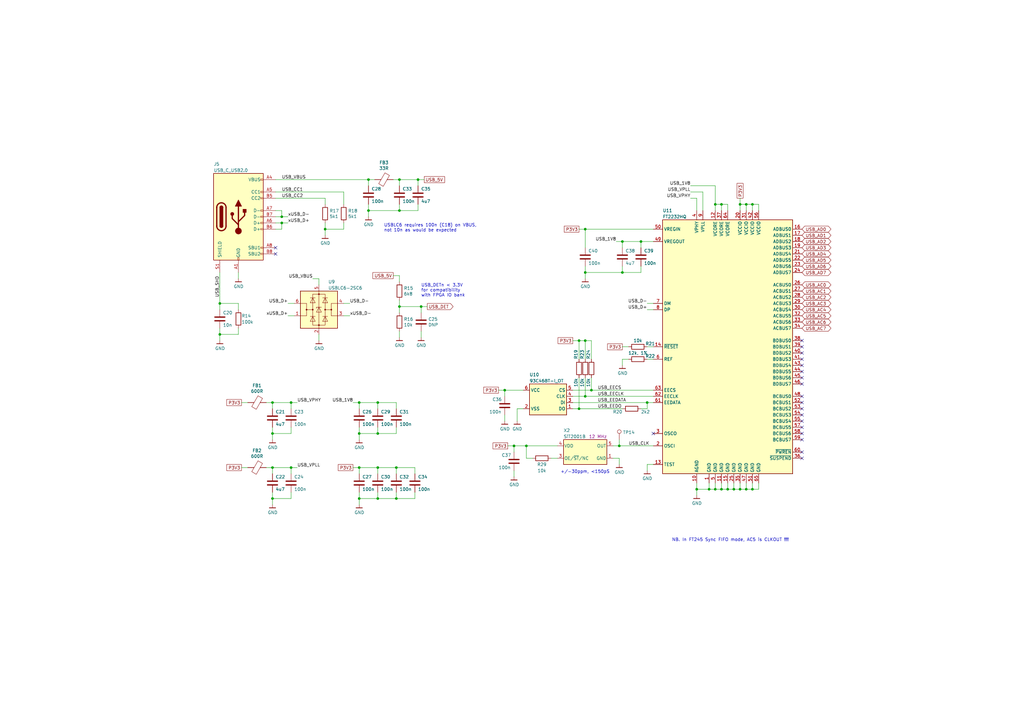
<source format=kicad_sch>
(kicad_sch (version 20231120) (generator "eeschema") (generator_version "8.0")
  (paper "A3")
  (lib_symbols
    (symbol "Connector:TestPoint" (pin_numbers hide) (pin_names (offset 0.762) hide)
      (property "Reference" "TP" (at 0 6.858 0))
      (property "Value" "TestPoint" (at 0 5.08 0))
      (symbol "TestPoint_0_1"
        (circle (center 0 3.302) (radius 0.762))
      )
      (symbol "TestPoint_1_1"
        (pin passive line (at 0 0 90) (length 2.54) (name "1") (number "1"))
      )
    )
    (symbol "Connector:USB_C_Receptacle_USB2.0_16P" (pin_names (offset 1.016))
      (property "Reference" "J" (at 0 22.225 0))
      (property "Value" "USB_C_Receptacle_USB2.0_16P" (at 0 19.685 0))
      (symbol "USB_C_Receptacle_USB2.0_16P_0_0"
        (rectangle (start -0.254 -17.78) (end 0.254 -16.764))
        (rectangle (start 10.16 -14.986) (end 9.144 -15.494))
        (rectangle (start 10.16 -12.446) (end 9.144 -12.954))
        (rectangle (start 10.16 -4.826) (end 9.144 -5.334))
        (rectangle (start 10.16 -2.286) (end 9.144 -2.794))
        (rectangle (start 10.16 0.254) (end 9.144 -0.254))
        (rectangle (start 10.16 2.794) (end 9.144 2.286))
        (rectangle (start 10.16 7.874) (end 9.144 7.366))
        (rectangle (start 10.16 10.414) (end 9.144 9.906))
        (rectangle (start 10.16 15.494) (end 9.144 14.986))
      )
      (symbol "USB_C_Receptacle_USB2.0_16P_0_1"
        (rectangle (start -10.16 17.78) (end 10.16 -17.78) (stroke (width 0.254)) (fill (type background)))
        (arc (start -8.89 -3.81) (mid -6.985 -5.7067) (end -5.08 -3.81) (stroke (width 0.508)))
        (arc (start -7.62 -3.81) (mid -6.985 -4.4423) (end -6.35 -3.81) (stroke (width 0.254)))
        (arc (start -7.62 -3.81) (mid -6.985 -4.4423) (end -6.35 -3.81) (stroke (width 0.254)) (fill (type outline)))
        (rectangle (start -7.62 -3.81) (end -6.35 3.81) (stroke (width 0.254)) (fill (type outline)))
        (arc (start -6.35 3.81) (mid -6.985 4.4423) (end -7.62 3.81) (stroke (width 0.254)))
        (arc (start -6.35 3.81) (mid -6.985 4.4423) (end -7.62 3.81) (stroke (width 0.254)) (fill (type outline)))
        (arc (start -5.08 3.81) (mid -6.985 5.7067) (end -8.89 3.81) (stroke (width 0.508)))
        (circle (center -2.54 1.143) (radius 0.635) (stroke (width 0.254)) (fill (type outline)))
        (circle (center 0 -5.842) (radius 1.27) (fill (type outline)))
        (polyline (pts (xy -8.89 -3.81) (xy -8.89 3.81)) (stroke (width 0.508)))
        (polyline (pts (xy -5.08 3.81) (xy -5.08 -3.81)) (stroke (width 0.508)))
        (polyline (pts (xy 0 -5.842) (xy 0 4.318)) (stroke (width 0.508)))
        (polyline (pts (xy 0 -3.302) (xy -2.54 -0.762) (xy -2.54 0.508)) (stroke (width 0.508)))
        (polyline (pts (xy 0 -2.032) (xy 2.54 0.508) (xy 2.54 1.778)) (stroke (width 0.508)))
        (polyline (pts (xy -1.27 4.318) (xy 0 6.858) (xy 1.27 4.318) (xy -1.27 4.318)) (stroke (width 0.254)) (fill (type outline)))
        (rectangle (start 1.905 1.778) (end 3.175 3.048) (stroke (width 0.254)) (fill (type outline)))
      )
      (symbol "USB_C_Receptacle_USB2.0_16P_1_1"
        (pin passive line (at 0 -22.86 90) (length 5.08) (name "GND") (number "A1"))
        (pin passive line (at 0 -22.86 90) (length 5.08) hide (name "GND") (number "A12"))
        (pin passive line (at 15.24 15.24 180) (length 5.08) (name "VBUS") (number "A4"))
        (pin bidirectional line (at 15.24 10.16 180) (length 5.08) (name "CC1") (number "A5"))
        (pin bidirectional line (at 15.24 -2.54 180) (length 5.08) (name "D+") (number "A6"))
        (pin bidirectional line (at 15.24 2.54 180) (length 5.08) (name "D-") (number "A7"))
        (pin bidirectional line (at 15.24 -12.7 180) (length 5.08) (name "SBU1") (number "A8"))
        (pin passive line (at 15.24 15.24 180) (length 5.08) hide (name "VBUS") (number "A9"))
        (pin passive line (at 0 -22.86 90) (length 5.08) hide (name "GND") (number "B1"))
        (pin passive line (at 0 -22.86 90) (length 5.08) hide (name "GND") (number "B12"))
        (pin passive line (at 15.24 15.24 180) (length 5.08) hide (name "VBUS") (number "B4"))
        (pin bidirectional line (at 15.24 7.62 180) (length 5.08) (name "CC2") (number "B5"))
        (pin bidirectional line (at 15.24 -5.08 180) (length 5.08) (name "D+") (number "B6"))
        (pin bidirectional line (at 15.24 0 180) (length 5.08) (name "D-") (number "B7"))
        (pin bidirectional line (at 15.24 -15.24 180) (length 5.08) (name "SBU2") (number "B8"))
        (pin passive line (at 15.24 15.24 180) (length 5.08) hide (name "VBUS") (number "B9"))
        (pin passive line (at -7.62 -22.86 90) (length 5.08) (name "SHIELD") (number "S1"))
      )
    )
    (symbol "Device:C" (pin_numbers hide) (pin_names (offset 0.254))
      (property "Reference" "C" (at 0.635 2.54 0))
      (property "Value" "C" (at 0.635 -2.54 0))
      (symbol "C_0_1"
        (polyline (pts (xy -2.032 -0.762) (xy 2.032 -0.762)) (stroke (width 0.508)))
        (polyline (pts (xy -2.032 0.762) (xy 2.032 0.762)) (stroke (width 0.508)))
      )
      (symbol "C_1_1"
        (pin passive line (at 0 3.81 270) (length 2.794) (name "~") (number "1"))
        (pin passive line (at 0 -3.81 90) (length 2.794) (name "~") (number "2"))
      )
    )
    (symbol "Device:R" (pin_numbers hide) (pin_names (offset 0))
      (property "Reference" "R" (at 2.032 0 90))
      (property "Value" "R" (at 0 0 90))
      (symbol "R_0_1"
        (rectangle (start -1.016 -2.54) (end 1.016 2.54) (stroke (width 0.254)))
      )
      (symbol "R_1_1"
        (pin passive line (at 0 3.81 270) (length 1.27) (name "~") (number "1"))
        (pin passive line (at 0 -3.81 90) (length 1.27) (name "~") (number "2"))
      )
    )
    (symbol "cart-ecp5-rescue:Ferrite_Bead-Device" (pin_numbers hide) (pin_names (offset 0))
      (property "Reference" "FB" (at -3.81 0.635 90))
      (property "Value" "Device_Ferrite_Bead" (at 3.81 0 90))
      (symbol "Ferrite_Bead-Device_0_1"
        (polyline (pts (xy 0 -1.27) (xy 0 -1.2192)))
        (polyline (pts (xy 0 1.27) (xy 0 1.2954)))
        (polyline (pts (xy -2.7686 0.4064) (xy -1.7018 2.2606) (xy 2.7686 -0.3048) (xy 1.6764 -2.159) (xy -2.7686 0.4064)))
      )
      (symbol "Ferrite_Bead-Device_1_1"
        (pin passive line (at 0 3.81 270) (length 2.54) (name "~") (number "1"))
        (pin passive line (at 0 -3.81 90) (length 2.54) (name "~") (number "2"))
      )
    )
    (symbol "cart-ecp5-rescue:USBLC6-2SC6-Power_Protection" (pin_names hide)
      (property "Reference" "U" (at 2.54 8.89 0))
      (property "Value" "Power_Protection_USBLC6-2SC6" (at 2.54 -8.89 0))
      (symbol "USBLC6-2SC6-Power_Protection_0_1"
        (rectangle (start -7.62 -7.62) (end 7.62 7.62) (stroke (width 0.254)) (fill (type background)))
        (circle (center -5.08 0) (radius 0.254) (fill (type outline)))
        (circle (center -2.54 0) (radius 0.254) (fill (type outline)))
        (rectangle (start -2.54 6.35) (end 2.54 -6.35))
        (circle (center 0 -6.35) (radius 0.254) (fill (type outline)))
        (polyline (pts (xy -5.08 -2.54) (xy -7.62 -2.54)))
        (polyline (pts (xy -5.08 0) (xy -5.08 -2.54)))
        (polyline (pts (xy -5.08 2.54) (xy -7.62 2.54)))
        (polyline (pts (xy -1.524 -2.794) (xy -3.556 -2.794)))
        (polyline (pts (xy -1.524 4.826) (xy -3.556 4.826)))
        (polyline (pts (xy 0 -7.62) (xy 0 -6.35)))
        (polyline (pts (xy 0 -6.35) (xy 0 1.27)))
        (polyline (pts (xy 0 1.27) (xy 0 6.35)))
        (polyline (pts (xy 0 6.35) (xy 0 7.62)))
        (polyline (pts (xy 1.524 -2.794) (xy 3.556 -2.794)))
        (polyline (pts (xy 1.524 4.826) (xy 3.556 4.826)))
        (polyline (pts (xy 5.08 -2.54) (xy 7.62 -2.54)))
        (polyline (pts (xy 5.08 0) (xy 5.08 -2.54)))
        (polyline (pts (xy 5.08 2.54) (xy 7.62 2.54)))
        (polyline (pts (xy -2.54 0) (xy -5.08 0) (xy -5.08 2.54)))
        (polyline (pts (xy 2.54 0) (xy 5.08 0) (xy 5.08 2.54)))
        (polyline (pts (xy -3.556 -4.826) (xy -1.524 -4.826) (xy -2.54 -2.794) (xy -3.556 -4.826)))
        (polyline (pts (xy -3.556 2.794) (xy -1.524 2.794) (xy -2.54 4.826) (xy -3.556 2.794)))
        (polyline (pts (xy -1.016 -1.016) (xy 1.016 -1.016) (xy 0 1.016) (xy -1.016 -1.016)))
        (polyline (pts (xy 1.016 1.016) (xy 0.762 1.016) (xy -1.016 1.016) (xy -1.016 0.508)))
        (polyline (pts (xy 3.556 -4.826) (xy 1.524 -4.826) (xy 2.54 -2.794) (xy 3.556 -4.826)))
        (polyline (pts (xy 3.556 2.794) (xy 1.524 2.794) (xy 2.54 4.826) (xy 3.556 2.794)))
        (circle (center 0 6.35) (radius 0.254) (fill (type outline)))
        (circle (center 2.54 0) (radius 0.254) (fill (type outline)))
        (circle (center 5.08 0) (radius 0.254) (fill (type outline)))
      )
      (symbol "USBLC6-2SC6-Power_Protection_1_1"
        (pin passive line (at -10.16 -2.54 0) (length 2.54) (name "I/O1") (number "1"))
        (pin passive line (at 0 -10.16 90) (length 2.54) (name "GND") (number "2"))
        (pin passive line (at 10.16 -2.54 180) (length 2.54) (name "I/O2") (number "3"))
        (pin passive line (at 10.16 2.54 180) (length 2.54) (name "I/O2") (number "4"))
        (pin passive line (at 0 10.16 270) (length 2.54) (name "VBUS") (number "5"))
        (pin passive line (at -10.16 2.54 0) (length 2.54) (name "I/O1") (number "6"))
      )
    )
    (symbol "ng_ftdi:FT2232HQ"
      (property "Reference" "U" (at -26.67 55.88 0))
      (property "Value" "FT2232HQ" (at -26.67 53.34 0))
      (symbol "FT2232HQ_0_1"
        (rectangle (start -26.67 -52.07) (end 26.67 52.07) (stroke (width 0.254)) (fill (type background)))
      )
      (symbol "FT2232HQ_1_1"
        (pin power_in line (at -7.62 -55.88 90) (length 3.81) (name "GND") (number "1"))
        (pin power_in line (at -12.7 -55.88 90) (length 3.81) (name "AGND") (number "10"))
        (pin power_in line (at -2.54 -55.88 90) (length 3.81) (name "GND") (number "11"))
        (pin power_in line (at -5.08 55.88 270) (length 3.81) (name "VCORE") (number "12"))
        (pin input line (at -30.48 -48.26 0) (length 3.81) (name "TEST") (number "13"))
        (pin input line (at -30.48 0 0) (length 3.81) (name "~{RESET}") (number "14"))
        (pin power_in line (at 0 -55.88 90) (length 3.81) (name "GND") (number "15"))
        (pin bidirectional line (at 30.48 48.26 180) (length 3.81) (name "ADBUS0") (number "16"))
        (pin bidirectional line (at 30.48 45.72 180) (length 3.81) (name "ADBUS1") (number "17"))
        (pin bidirectional line (at 30.48 43.18 180) (length 3.81) (name "ADBUS2") (number "18"))
        (pin bidirectional line (at 30.48 40.64 180) (length 3.81) (name "ADBUS3") (number "19"))
        (pin input line (at -30.48 -40.64 0) (length 3.81) (name "OSCI") (number "2"))
        (pin power_in line (at 5.08 55.88 270) (length 3.81) (name "VCCIO") (number "20"))
        (pin bidirectional line (at 30.48 38.1 180) (length 3.81) (name "ADBUS4") (number "21"))
        (pin bidirectional line (at 30.48 35.56 180) (length 3.81) (name "ADBUS5") (number "22"))
        (pin bidirectional line (at 30.48 33.02 180) (length 3.81) (name "ADBUS6") (number "23"))
        (pin bidirectional line (at 30.48 30.48 180) (length 3.81) (name "ADBUS7") (number "24"))
        (pin power_in line (at 2.54 -55.88 90) (length 3.81) (name "GND") (number "25"))
        (pin bidirectional line (at 30.48 25.4 180) (length 3.81) (name "ACBUS0") (number "26"))
        (pin bidirectional line (at 30.48 22.86 180) (length 3.81) (name "ACBUS1") (number "27"))
        (pin bidirectional line (at 30.48 20.32 180) (length 3.81) (name "ACBUS2") (number "28"))
        (pin bidirectional line (at 30.48 17.78 180) (length 3.81) (name "ACBUS3") (number "29"))
        (pin output line (at -30.48 -35.56 0) (length 3.81) (name "OSCO") (number "3"))
        (pin bidirectional line (at 30.48 15.24 180) (length 3.81) (name "ACBUS4") (number "30"))
        (pin power_in line (at 7.62 55.88 270) (length 3.81) (name "VCCIO") (number "31"))
        (pin bidirectional line (at 30.48 12.7 180) (length 3.81) (name "ACBUS5") (number "32"))
        (pin bidirectional line (at 30.48 10.16 180) (length 3.81) (name "ACBUS6") (number "33"))
        (pin bidirectional line (at 30.48 7.62 180) (length 3.81) (name "ACBUS7") (number "34"))
        (pin power_in line (at 5.08 -55.88 90) (length 3.81) (name "GND") (number "35"))
        (pin output line (at 30.48 -45.72 180) (length 3.81) (name "~{SUSPEND}") (number "36"))
        (pin power_in line (at -2.54 55.88 270) (length 3.81) (name "VCORE") (number "37"))
        (pin bidirectional line (at 30.48 2.54 180) (length 3.81) (name "BDBUS0") (number "38"))
        (pin bidirectional line (at 30.48 0 180) (length 3.81) (name "BDBUS1") (number "39"))
        (pin power_in line (at -12.7 55.88 270) (length 3.81) (name "VPHY") (number "4"))
        (pin bidirectional line (at 30.48 -2.54 180) (length 3.81) (name "BDBUS2") (number "40"))
        (pin bidirectional line (at 30.48 -5.08 180) (length 3.81) (name "BDBUS3") (number "41"))
        (pin power_in line (at 10.16 55.88 270) (length 3.81) (name "VCCIO") (number "42"))
        (pin bidirectional line (at 30.48 -7.62 180) (length 3.81) (name "BDBUS4") (number "43"))
        (pin bidirectional line (at 30.48 -10.16 180) (length 3.81) (name "BDBUS5") (number "44"))
        (pin bidirectional line (at 30.48 -12.7 180) (length 3.81) (name "BDBUS6") (number "45"))
        (pin bidirectional line (at 30.48 -15.24 180) (length 3.81) (name "BDBUS7") (number "46"))
        (pin power_in line (at 7.62 -55.88 90) (length 3.81) (name "GND") (number "47"))
        (pin bidirectional line (at 30.48 -20.32 180) (length 3.81) (name "BCBUS0") (number "48"))
        (pin power_out line (at -30.48 43.18 0) (length 3.81) (name "VREGOUT") (number "49"))
        (pin power_in line (at -5.08 -55.88 90) (length 3.81) (name "GND") (number "5"))
        (pin power_in line (at -30.48 48.26 0) (length 3.81) (name "VREGIN") (number "50"))
        (pin power_in line (at 10.16 -55.88 90) (length 3.81) (name "GND") (number "51"))
        (pin bidirectional line (at 30.48 -22.86 180) (length 3.81) (name "BCBUS1") (number "52"))
        (pin bidirectional line (at 30.48 -25.4 180) (length 3.81) (name "BCBUS2") (number "53"))
        (pin bidirectional line (at 30.48 -27.94 180) (length 3.81) (name "BCBUS3") (number "54"))
        (pin bidirectional line (at 30.48 -30.48 180) (length 3.81) (name "BCBUS4") (number "55"))
        (pin power_in line (at 12.7 55.88 270) (length 3.81) (name "VCCIO") (number "56"))
        (pin bidirectional line (at 30.48 -33.02 180) (length 3.81) (name "BCBUS5") (number "57"))
        (pin bidirectional line (at 30.48 -35.56 180) (length 3.81) (name "BCBUS6") (number "58"))
        (pin bidirectional line (at 30.48 -38.1 180) (length 3.81) (name "BCBUS7") (number "59"))
        (pin output line (at -30.48 -5.08 0) (length 3.81) (name "REF") (number "6"))
        (pin output line (at 30.48 -43.18 180) (length 3.81) (name "~{PWREN}") (number "60"))
        (pin bidirectional line (at -30.48 -22.86 0) (length 3.81) (name "EEDATA") (number "61"))
        (pin output line (at -30.48 -20.32 0) (length 3.81) (name "EECLK") (number "62"))
        (pin output line (at -30.48 -17.78 0) (length 3.81) (name "EECS") (number "63"))
        (pin power_in line (at 0 55.88 270) (length 3.81) (name "VCORE") (number "64"))
        (pin power_in line (at 12.7 -55.88 90) (length 3.81) (name "GND") (number "65"))
        (pin bidirectional line (at -30.48 17.78 0) (length 3.81) (name "DM") (number "7"))
        (pin bidirectional line (at -30.48 15.24 0) (length 3.81) (name "DP") (number "8"))
        (pin power_in line (at -10.16 55.88 270) (length 3.81) (name "VPLL") (number "9"))
      )
    )
    (symbol "ng_memory:93C46BT-I_OT"
      (property "Reference" "U" (at -7.62 11.43 0))
      (property "Value" "93C46BT-I_OT" (at -7.62 8.89 0))
      (symbol "93C46BT-I_OT_1_1"
        (rectangle (start -7.62 7.62) (end 7.62 -5.08) (stroke (width 0.254)) (fill (type background)))
        (pin tri_state line (at 10.16 -2.54 180) (length 2.54) (name "DO") (number "1"))
        (pin power_in line (at -10.16 -2.54 0) (length 2.54) (name "VSS") (number "2"))
        (pin input line (at 10.16 0 180) (length 2.54) (name "DI") (number "3"))
        (pin input line (at 10.16 2.54 180) (length 2.54) (name "CLK") (number "4"))
        (pin input line (at 10.16 5.08 180) (length 2.54) (name "CS") (number "5"))
        (pin power_in line (at -10.16 5.08 0) (length 2.54) (name "VCC") (number "6"))
      )
    )
    (symbol "ng_osc:SiT2001B" (pin_names (offset 0.254))
      (property "Reference" "X" (at -8.89 8.89 0))
      (property "Value" "SiT2001B" (at -8.89 6.35 0))
      (symbol "SiT2001B_0_1"
        (rectangle (start -8.89 5.08) (end 8.89 -5.08) (stroke (width 0.254)) (fill (type background)))
      )
      (symbol "SiT2001B_1_1"
        (pin power_in line (at 11.43 -2.54 180) (length 2.54) (name "GND") (number "1"))
        (pin passive line (at 11.43 0 180) (length 2.54) hide (name "NC") (number "2"))
        (pin input line (at -11.43 -2.54 0) (length 2.54) (name "OE/~{ST}/NC") (number "3"))
        (pin power_in line (at -11.43 2.54 0) (length 2.54) (name "VDD") (number "4"))
        (pin output line (at 11.43 2.54 180) (length 2.54) (name "OUT") (number "5"))
      )
    )
    (symbol "ng_power:GND" (power) (pin_names (offset 0))
      (property "Value" "GND" (at 0 -2.54 0))
      (symbol "GND_0_1"
        (polyline (pts (xy 0 -1.27) (xy 0 0)))
        (polyline (pts (xy 1.27 -1.27) (xy -1.27 -1.27)) (stroke (width 0.3048)))
      )
      (symbol "GND_1_1"
        (pin power_in line (at 0 0 270) (length 0) hide (name "GND") (number "1"))
      )
    )
  )
  (junction (at 151.13 86.36))
  (junction (at 285.75 200.66))
  (junction (at 119.38 165.1))
  (junction (at 300.99 200.66))
  (junction (at 262.89 99.06))
  (junction (at 242.57 160.02))
  (junction (at 207.01 160.02))
  (junction (at 172.72 125.73))
  (junction (at 163.83 86.36))
  (junction (at 162.56 204.47))
  (junction (at 240.03 93.98))
  (junction (at 295.91 200.66))
  (junction (at 147.32 191.77))
  (junction (at 295.91 83.82))
  (junction (at 115.57 88.9))
  (junction (at 265.43 165.1))
  (junction (at 151.13 73.66))
  (junction (at 298.45 200.66))
  (junction (at 303.53 200.66))
  (junction (at 240.03 162.56))
  (junction (at 308.61 83.82))
  (junction (at 162.56 191.77))
  (junction (at 303.53 83.82))
  (junction (at 115.57 91.44))
  (junction (at 111.76 204.47))
  (junction (at 293.37 200.66))
  (junction (at 154.94 204.47))
  (junction (at 147.32 165.1))
  (junction (at 290.83 200.66))
  (junction (at 255.27 111.76))
  (junction (at 306.07 83.82))
  (junction (at 293.37 83.82))
  (junction (at 147.32 177.8))
  (junction (at 255.27 99.06))
  (junction (at 240.03 111.76))
  (junction (at 111.76 191.77))
  (junction (at 154.94 191.77))
  (junction (at 237.49 167.64))
  (junction (at 154.94 165.1))
  (junction (at 254 182.88))
  (junction (at 90.17 137.16))
  (junction (at 111.76 165.1))
  (junction (at 133.35 93.98))
  (junction (at 210.82 182.88))
  (junction (at 308.61 200.66))
  (junction (at 111.76 177.8))
  (junction (at 240.03 139.7))
  (junction (at 163.83 125.73))
  (junction (at 306.07 200.66))
  (junction (at 90.17 124.46))
  (junction (at 215.9 182.88))
  (junction (at 163.83 73.66))
  (junction (at 171.45 73.66))
  (junction (at 237.49 139.7))
  (junction (at 147.32 204.47))
  (junction (at 119.38 191.77))
  (junction (at 154.94 177.8))
  (no_connect (at 328.93 157.48))
  (no_connect (at 328.93 172.72))
  (no_connect (at 113.03 101.6))
  (no_connect (at 328.93 139.7))
  (no_connect (at 328.93 180.34))
  (no_connect (at 328.93 187.96))
  (no_connect (at 328.93 165.1))
  (no_connect (at 328.93 170.18))
  (no_connect (at 328.93 185.42))
  (no_connect (at 328.93 175.26))
  (no_connect (at 328.93 154.94))
  (no_connect (at 267.97 177.8))
  (no_connect (at 113.03 104.14))
  (no_connect (at 328.93 149.86))
  (no_connect (at 328.93 144.78))
  (no_connect (at 328.93 162.56))
  (no_connect (at 328.93 167.64))
  (no_connect (at 328.93 152.4))
  (no_connect (at 328.93 177.8))
  (no_connect (at 328.93 142.24))
  (no_connect (at 328.93 147.32))
  (wire (pts (xy 128.27 114.3) (xy 130.81 114.3)))
  (wire (pts (xy 293.37 76.2) (xy 283.21 76.2)))
  (wire (pts (xy 90.17 139.7) (xy 90.17 137.16)))
  (wire (pts (xy 147.32 177.8) (xy 154.94 177.8)))
  (wire (pts (xy 267.97 165.1) (xy 265.43 165.1)))
  (wire (pts (xy 153.67 73.66) (xy 151.13 73.66)))
  (wire (pts (xy 111.76 201.93) (xy 111.76 204.47)))
  (wire (pts (xy 303.53 198.12) (xy 303.53 200.66)))
  (wire (pts (xy 154.94 165.1) (xy 162.56 165.1)))
  (wire (pts (xy 257.81 147.32) (xy 255.27 147.32)))
  (wire (pts (xy 265.43 167.64) (xy 265.43 165.1)))
  (wire (pts (xy 163.83 115.57) (xy 163.83 113.03)))
  (wire (pts (xy 147.32 191.77) (xy 154.94 191.77)))
  (wire (pts (xy 303.53 86.36) (xy 303.53 83.82)))
  (wire (pts (xy 308.61 198.12) (xy 308.61 200.66)))
  (wire (pts (xy 154.94 191.77) (xy 162.56 191.77)))
  (wire (pts (xy 295.91 198.12) (xy 295.91 200.66)))
  (wire (pts (xy 255.27 109.22) (xy 255.27 111.76)))
  (wire (pts (xy 252.73 99.06) (xy 255.27 99.06)))
  (wire (pts (xy 265.43 190.5) (xy 267.97 190.5)))
  (wire (pts (xy 133.35 96.52) (xy 133.35 93.98)))
  (wire (pts (xy 111.76 204.47) (xy 119.38 204.47)))
  (wire (pts (xy 172.72 128.27) (xy 172.72 125.73)))
  (wire (pts (xy 285.75 81.28) (xy 285.75 86.36)))
  (wire (pts (xy 293.37 83.82) (xy 295.91 83.82)))
  (wire (pts (xy 162.56 204.47) (xy 170.18 204.47)))
  (wire (pts (xy 234.95 162.56) (xy 240.03 162.56)))
  (wire (pts (xy 311.15 83.82) (xy 311.15 86.36)))
  (wire (pts (xy 171.45 73.66) (xy 171.45 76.2)))
  (wire (pts (xy 288.29 78.74) (xy 283.21 78.74)))
  (wire (pts (xy 147.32 177.8) (xy 147.32 180.34)))
  (wire (pts (xy 115.57 91.44) (xy 118.11 91.44)))
  (wire (pts (xy 267.97 160.02) (xy 242.57 160.02)))
  (wire (pts (xy 306.07 83.82) (xy 308.61 83.82)))
  (wire (pts (xy 210.82 182.88) (xy 210.82 185.42)))
  (wire (pts (xy 163.83 125.73) (xy 163.83 128.27)))
  (wire (pts (xy 265.43 127) (xy 267.97 127)))
  (wire (pts (xy 111.76 165.1) (xy 119.38 165.1)))
  (wire (pts (xy 293.37 200.66) (xy 290.83 200.66)))
  (wire (pts (xy 306.07 200.66) (xy 303.53 200.66)))
  (wire (pts (xy 115.57 93.98) (xy 113.03 93.98)))
  (wire (pts (xy 97.79 137.16) (xy 97.79 134.62)))
  (wire (pts (xy 267.97 99.06) (xy 262.89 99.06)))
  (wire (pts (xy 115.57 86.36) (xy 115.57 88.9)))
  (wire (pts (xy 119.38 201.93) (xy 119.38 204.47)))
  (wire (pts (xy 147.32 204.47) (xy 147.32 207.01)))
  (wire (pts (xy 119.38 175.26) (xy 119.38 177.8)))
  (wire (pts (xy 163.83 73.66) (xy 171.45 73.66)))
  (wire (pts (xy 240.03 111.76) (xy 255.27 111.76)))
  (wire (pts (xy 113.03 78.74) (xy 140.97 78.74)))
  (wire (pts (xy 140.97 78.74) (xy 140.97 83.82)))
  (wire (pts (xy 111.76 177.8) (xy 111.76 180.34)))
  (wire (pts (xy 257.81 142.24) (xy 255.27 142.24)))
  (wire (pts (xy 154.94 177.8) (xy 162.56 177.8)))
  (wire (pts (xy 147.32 201.93) (xy 147.32 204.47)))
  (wire (pts (xy 234.95 160.02) (xy 242.57 160.02)))
  (wire (pts (xy 240.03 139.7) (xy 240.03 147.32)))
  (wire (pts (xy 147.32 165.1) (xy 154.94 165.1)))
  (wire (pts (xy 255.27 111.76) (xy 262.89 111.76)))
  (wire (pts (xy 140.97 93.98) (xy 140.97 91.44)))
  (wire (pts (xy 90.17 124.46) (xy 97.79 124.46)))
  (wire (pts (xy 255.27 147.32) (xy 255.27 149.86)))
  (wire (pts (xy 151.13 73.66) (xy 151.13 76.2)))
  (wire (pts (xy 267.97 93.98) (xy 240.03 93.98)))
  (wire (pts (xy 147.32 191.77) (xy 144.78 191.77)))
  (wire (pts (xy 265.43 190.5) (xy 265.43 193.04)))
  (wire (pts (xy 285.75 81.28) (xy 283.21 81.28)))
  (wire (pts (xy 130.81 114.3) (xy 130.81 116.84)))
  (wire (pts (xy 254 182.88) (xy 267.97 182.88)))
  (wire (pts (xy 133.35 81.28) (xy 133.35 83.82)))
  (wire (pts (xy 240.03 93.98) (xy 237.49 93.98)))
  (wire (pts (xy 262.89 99.06) (xy 255.27 99.06)))
  (wire (pts (xy 111.76 204.47) (xy 111.76 207.01)))
  (wire (pts (xy 237.49 167.64) (xy 237.49 154.94)))
  (wire (pts (xy 97.79 124.46) (xy 97.79 127)))
  (wire (pts (xy 109.22 165.1) (xy 111.76 165.1)))
  (wire (pts (xy 207.01 170.18) (xy 207.01 172.72)))
  (wire (pts (xy 237.49 139.7) (xy 234.95 139.7)))
  (wire (pts (xy 113.03 91.44) (xy 115.57 91.44)))
  (wire (pts (xy 163.83 83.82) (xy 163.83 86.36)))
  (wire (pts (xy 293.37 86.36) (xy 293.37 83.82)))
  (wire (pts (xy 111.76 177.8) (xy 119.38 177.8)))
  (wire (pts (xy 311.15 200.66) (xy 311.15 198.12)))
  (wire (pts (xy 265.43 124.46) (xy 267.97 124.46)))
  (wire (pts (xy 290.83 200.66) (xy 285.75 200.66)))
  (wire (pts (xy 154.94 204.47) (xy 162.56 204.47)))
  (wire (pts (xy 255.27 99.06) (xy 255.27 101.6)))
  (wire (pts (xy 308.61 83.82) (xy 311.15 83.82)))
  (wire (pts (xy 308.61 83.82) (xy 308.61 86.36)))
  (wire (pts (xy 140.97 124.46) (xy 143.51 124.46)))
  (wire (pts (xy 162.56 175.26) (xy 162.56 177.8)))
  (wire (pts (xy 298.45 83.82) (xy 298.45 86.36)))
  (wire (pts (xy 162.56 191.77) (xy 162.56 194.31)))
  (wire (pts (xy 162.56 201.93) (xy 162.56 204.47)))
  (wire (pts (xy 120.65 129.54) (xy 118.11 129.54)))
  (wire (pts (xy 120.65 124.46) (xy 118.11 124.46)))
  (wire (pts (xy 295.91 83.82) (xy 298.45 83.82)))
  (wire (pts (xy 154.94 175.26) (xy 154.94 177.8)))
  (wire (pts (xy 267.97 147.32) (xy 265.43 147.32)))
  (wire (pts (xy 240.03 139.7) (xy 242.57 139.7)))
  (wire (pts (xy 147.32 165.1) (xy 144.78 165.1)))
  (wire (pts (xy 109.22 191.77) (xy 111.76 191.77)))
  (wire (pts (xy 204.47 160.02) (xy 207.01 160.02)))
  (wire (pts (xy 161.29 73.66) (xy 163.83 73.66)))
  (wire (pts (xy 133.35 93.98) (xy 140.97 93.98)))
  (wire (pts (xy 240.03 101.6) (xy 240.03 93.98)))
  (wire (pts (xy 267.97 162.56) (xy 240.03 162.56)))
  (wire (pts (xy 293.37 198.12) (xy 293.37 200.66)))
  (wire (pts (xy 242.57 160.02) (xy 242.57 154.94)))
  (wire (pts (xy 163.83 135.89) (xy 163.83 138.43)))
  (wire (pts (xy 285.75 198.12) (xy 285.75 200.66)))
  (wire (pts (xy 254 182.88) (xy 254 180.34)))
  (wire (pts (xy 147.32 194.31) (xy 147.32 191.77)))
  (wire (pts (xy 240.03 109.22) (xy 240.03 111.76)))
  (wire (pts (xy 251.46 182.88) (xy 254 182.88)))
  (wire (pts (xy 303.53 200.66) (xy 300.99 200.66)))
  (wire (pts (xy 163.83 125.73) (xy 172.72 125.73)))
  (wire (pts (xy 170.18 191.77) (xy 170.18 194.31)))
  (wire (pts (xy 306.07 83.82) (xy 306.07 86.36)))
  (wire (pts (xy 113.03 86.36) (xy 115.57 86.36)))
  (wire (pts (xy 215.9 182.88) (xy 210.82 182.88)))
  (wire (pts (xy 240.03 162.56) (xy 240.03 154.94)))
  (wire (pts (xy 154.94 194.31) (xy 154.94 191.77)))
  (wire (pts (xy 298.45 200.66) (xy 295.91 200.66)))
  (wire (pts (xy 163.83 123.19) (xy 163.83 125.73)))
  (wire (pts (xy 133.35 91.44) (xy 133.35 93.98)))
  (wire (pts (xy 147.32 204.47) (xy 154.94 204.47)))
  (wire (pts (xy 288.29 78.74) (xy 288.29 86.36)))
  (wire (pts (xy 237.49 167.64) (xy 255.27 167.64)))
  (wire (pts (xy 172.72 135.89) (xy 172.72 138.43)))
  (wire (pts (xy 119.38 191.77) (xy 121.92 191.77)))
  (wire (pts (xy 162.56 191.77) (xy 170.18 191.77)))
  (wire (pts (xy 163.83 73.66) (xy 163.83 76.2)))
  (wire (pts (xy 300.99 200.66) (xy 298.45 200.66)))
  (wire (pts (xy 162.56 165.1) (xy 162.56 167.64)))
  (wire (pts (xy 90.17 124.46) (xy 90.17 111.76)))
  (wire (pts (xy 119.38 165.1) (xy 121.92 165.1)))
  (wire (pts (xy 163.83 86.36) (xy 171.45 86.36)))
  (wire (pts (xy 90.17 127) (xy 90.17 124.46)))
  (wire (pts (xy 214.63 167.64) (xy 212.09 167.64)))
  (wire (pts (xy 151.13 86.36) (xy 163.83 86.36)))
  (wire (pts (xy 163.83 113.03) (xy 161.29 113.03)))
  (wire (pts (xy 300.99 198.12) (xy 300.99 200.66)))
  (wire (pts (xy 101.6 165.1) (xy 99.06 165.1)))
  (wire (pts (xy 115.57 91.44) (xy 115.57 93.98)))
  (wire (pts (xy 170.18 201.93) (xy 170.18 204.47)))
  (wire (pts (xy 210.82 182.88) (xy 208.28 182.88)))
  (wire (pts (xy 111.76 194.31) (xy 111.76 191.77)))
  (wire (pts (xy 237.49 139.7) (xy 237.49 147.32)))
  (wire (pts (xy 251.46 187.96) (xy 254 187.96)))
  (wire (pts (xy 207.01 160.02) (xy 207.01 162.56)))
  (wire (pts (xy 90.17 134.62) (xy 90.17 137.16)))
  (wire (pts (xy 290.83 198.12) (xy 290.83 200.66)))
  (wire (pts (xy 113.03 73.66) (xy 151.13 73.66)))
  (wire (pts (xy 119.38 167.64) (xy 119.38 165.1)))
  (wire (pts (xy 115.57 88.9) (xy 118.11 88.9)))
  (wire (pts (xy 234.95 167.64) (xy 237.49 167.64)))
  (wire (pts (xy 90.17 137.16) (xy 97.79 137.16)))
  (wire (pts (xy 293.37 83.82) (xy 293.37 76.2)))
  (wire (pts (xy 237.49 139.7) (xy 240.03 139.7)))
  (wire (pts (xy 133.35 81.28) (xy 113.03 81.28)))
  (wire (pts (xy 262.89 101.6) (xy 262.89 99.06)))
  (wire (pts (xy 285.75 200.66) (xy 285.75 203.2)))
  (wire (pts (xy 298.45 198.12) (xy 298.45 200.66)))
  (wire (pts (xy 303.53 83.82) (xy 306.07 83.82)))
  (wire (pts (xy 226.06 187.96) (xy 228.6 187.96)))
  (wire (pts (xy 267.97 142.24) (xy 265.43 142.24)))
  (wire (pts (xy 308.61 200.66) (xy 306.07 200.66)))
  (wire (pts (xy 215.9 187.96) (xy 215.9 182.88)))
  (wire (pts (xy 172.72 125.73) (xy 175.26 125.73)))
  (wire (pts (xy 111.76 191.77) (xy 119.38 191.77)))
  (wire (pts (xy 215.9 182.88) (xy 228.6 182.88)))
  (wire (pts (xy 240.03 111.76) (xy 240.03 114.3)))
  (wire (pts (xy 111.76 167.64) (xy 111.76 165.1)))
  (wire (pts (xy 306.07 198.12) (xy 306.07 200.66)))
  (wire (pts (xy 295.91 83.82) (xy 295.91 86.36)))
  (wire (pts (xy 97.79 114.3) (xy 97.79 111.76)))
  (wire (pts (xy 143.51 129.54) (xy 140.97 129.54)))
  (wire (pts (xy 171.45 73.66) (xy 173.99 73.66)))
  (wire (pts (xy 101.6 191.77) (xy 99.06 191.77)))
  (wire (pts (xy 254 187.96) (xy 254 190.5)))
  (wire (pts (xy 242.57 147.32) (xy 242.57 139.7)))
  (wire (pts (xy 171.45 83.82) (xy 171.45 86.36)))
  (wire (pts (xy 111.76 175.26) (xy 111.76 177.8)))
  (wire (pts (xy 214.63 160.02) (xy 207.01 160.02)))
  (wire (pts (xy 154.94 167.64) (xy 154.94 165.1)))
  (wire (pts (xy 154.94 201.93) (xy 154.94 204.47)))
  (wire (pts (xy 295.91 200.66) (xy 293.37 200.66)))
  (wire (pts (xy 147.32 175.26) (xy 147.32 177.8)))
  (wire (pts (xy 147.32 167.64) (xy 147.32 165.1)))
  (wire (pts (xy 303.53 83.82) (xy 303.53 81.28)))
  (wire (pts (xy 234.95 165.1) (xy 265.43 165.1)))
  (wire (pts (xy 212.09 167.64) (xy 212.09 172.72)))
  (wire (pts (xy 262.89 109.22) (xy 262.89 111.76)))
  (wire (pts (xy 151.13 88.9) (xy 151.13 86.36)))
  (wire (pts (xy 130.81 137.16) (xy 130.81 139.7)))
  (wire (pts (xy 115.57 88.9) (xy 113.03 88.9)))
  (wire (pts (xy 308.61 200.66) (xy 311.15 200.66)))
  (wire (pts (xy 151.13 83.82) (xy 151.13 86.36)))
  (wire (pts (xy 262.89 167.64) (xy 265.43 167.64)))
  (wire (pts (xy 210.82 193.04) (xy 210.82 195.58)))
  (wire (pts (xy 218.44 187.96) (xy 215.9 187.96)))
  (wire (pts (xy 119.38 194.31) (xy 119.38 191.77)))
  (text "USB_DETn < 3.3V\nfor compatibility\nwith FPGA IO bank" (at 172.72 121.92 0) (effects (font (size 1.27 1.27)) (justify left bottom)))
  (text "USBLC6 requires 100n (C18) on VBUS,\nnot 10n as would be expected" (at 157.48 95.25 0) (effects (font (size 1.27 1.27)) (justify left bottom)))
  (text "+/-30ppm, <150pS" (at 229.87 194.31 0) (effects (font (size 1.27 1.27)) (justify left bottom)))
  (text "NB. In FT245 Sync FIFO mode, AC5 is CLKOUT !!!" (at 275.59 222.25 0) (effects (font (size 1.27 1.27)) (justify left bottom)))
  (label "USB_SHD" (at 90.17 121.92 90))
  (label "USB_CC2" (at 115.57 81.28 0))
  (label "USB_1V8" (at 144.78 165.1 180))
  (label "USB_1V8" (at 252.73 99.06 180))
  (label "USB_VPHY" (at 283.21 81.28 180))
  (label "USB_D-" (at 143.51 124.46 0))
  (label "xUSB_D-" (at 118.11 88.9 0))
  (label "USB_VBUS" (at 115.57 73.66 0))
  (label "USB_VBUS" (at 128.27 114.3 180))
  (label "USB_VPLL" (at 283.21 78.74 180))
  (label "USB_EEDATA" (at 245.11 165.1 0))
  (label "USB_VPLL" (at 121.92 191.77 0))
  (label "USB_1V8" (at 283.21 76.2 180))
  (label "USB_D+" (at 265.43 127 180))
  (label "USB_D+" (at 118.11 124.46 180))
  (label "USB_CC1" (at 115.57 78.74 0))
  (label "USB_EECS" (at 245.11 160.02 0))
  (label "xUSB_D+" (at 118.11 129.54 180))
  (label "xUSB_D-" (at 143.51 129.54 0))
  (label "USB_VPHY" (at 121.92 165.1 0))
  (label "USB_EEDO" (at 245.11 167.64 0))
  (label "xUSB_D+" (at 118.11 91.44 0))
  (label "USB_D-" (at 265.43 124.46 180))
  (label "USB_EECLK" (at 245.11 162.56 0))
  (label "USB_CLK" (at 257.81 182.88 0))
  (global_label "USB_DET" (shape output) (at 175.26 125.73 0) (property "Intersheetrefs" "${INTERSHEET_REFS}" (effects (hide yes))))
  (global_label "P3V3" (shape passive) (at 99.06 191.77 180) (property "Intersheetrefs" "${INTERSHEET_REFS}" (effects (hide yes))))
  (global_label "P3V3" (shape passive) (at 237.49 93.98 180) (property "Intersheetrefs" "${INTERSHEET_REFS}" (effects (hide yes))))
  (global_label "USB_AC3" (shape bidirectional) (at 328.93 124.46 0) (property "Intersheetrefs" "${INTERSHEET_REFS}" (effects (hide yes))))
  (global_label "USB_AD5" (shape bidirectional) (at 328.93 106.68 0) (property "Intersheetrefs" "${INTERSHEET_REFS}" (effects (hide yes))))
  (global_label "USB_AD3" (shape bidirectional) (at 328.93 101.6 0) (property "Intersheetrefs" "${INTERSHEET_REFS}" (effects (hide yes))))
  (global_label "USB_AD4" (shape bidirectional) (at 328.93 104.14 0) (property "Intersheetrefs" "${INTERSHEET_REFS}" (effects (hide yes))))
  (global_label "USB_AC4" (shape bidirectional) (at 328.93 127 0) (property "Intersheetrefs" "${INTERSHEET_REFS}" (effects (hide yes))))
  (global_label "USB_AD1" (shape bidirectional) (at 328.93 96.52 0) (property "Intersheetrefs" "${INTERSHEET_REFS}" (effects (hide yes))))
  (global_label "USB_AC6" (shape bidirectional) (at 328.93 132.08 0) (property "Intersheetrefs" "${INTERSHEET_REFS}" (effects (hide yes))))
  (global_label "USB_5V" (shape passive) (at 173.99 73.66 0) (property "Intersheetrefs" "${INTERSHEET_REFS}" (effects (hide yes))))
  (global_label "USB_AC7" (shape bidirectional) (at 328.93 134.62 0) (property "Intersheetrefs" "${INTERSHEET_REFS}" (effects (hide yes))))
  (global_label "USB_AD6" (shape bidirectional) (at 328.93 109.22 0) (property "Intersheetrefs" "${INTERSHEET_REFS}" (effects (hide yes))))
  (global_label "USB_AC1" (shape bidirectional) (at 328.93 119.38 0) (property "Intersheetrefs" "${INTERSHEET_REFS}" (effects (hide yes))))
  (global_label "USB_AD2" (shape bidirectional) (at 328.93 99.06 0) (property "Intersheetrefs" "${INTERSHEET_REFS}" (effects (hide yes))))
  (global_label "USB_AD0" (shape bidirectional) (at 328.93 93.98 0) (property "Intersheetrefs" "${INTERSHEET_REFS}" (effects (hide yes))))
  (global_label "USB_AC0" (shape bidirectional) (at 328.93 116.84 0) (property "Intersheetrefs" "${INTERSHEET_REFS}" (effects (hide yes))))
  (global_label "USB_AD7" (shape bidirectional) (at 328.93 111.76 0) (property "Intersheetrefs" "${INTERSHEET_REFS}" (effects (hide yes))))
  (global_label "P3V3" (shape passive) (at 99.06 165.1 180) (property "Intersheetrefs" "${INTERSHEET_REFS}" (effects (hide yes))))
  (global_label "USB_AC5" (shape bidirectional) (at 328.93 129.54 0) (property "Intersheetrefs" "${INTERSHEET_REFS}" (effects (hide yes))))
  (global_label "P3V3" (shape passive) (at 204.47 160.02 180) (property "Intersheetrefs" "${INTERSHEET_REFS}" (effects (hide yes))))
  (global_label "P3V3" (shape passive) (at 234.95 139.7 180) (property "Intersheetrefs" "${INTERSHEET_REFS}" (effects (hide yes))))
  (global_label "P3V3" (shape passive) (at 208.28 182.88 180) (property "Intersheetrefs" "${INTERSHEET_REFS}" (effects (hide yes))))
  (global_label "USB_5V" (shape passive) (at 161.29 113.03 180) (property "Intersheetrefs" "${INTERSHEET_REFS}" (effects (hide yes))))
  (global_label "P3V3" (shape passive) (at 303.53 81.28 90) (property "Intersheetrefs" "${INTERSHEET_REFS}" (effects (hide yes))))
  (global_label "USB_AC2" (shape bidirectional) (at 328.93 121.92 0) (property "Intersheetrefs" "${INTERSHEET_REFS}" (effects (hide yes))))
  (global_label "P3V3" (shape passive) (at 255.27 142.24 180) (property "Intersheetrefs" "${INTERSHEET_REFS}" (effects (hide yes))))
  (global_label "P3V3" (shape passive) (at 144.78 191.77 180) (property "Intersheetrefs" "${INTERSHEET_REFS}" (effects (hide yes))))
  (symbol (lib_id "Device:C") (at 151.13 80.01 0) (unit 1)
    (property "Reference" "C28" (at 152.4 77.47 0) (effects (justify left)))
    (property "Value" "100n" (at 152.4 82.55 0) (effects (justify left)))
    (property "Footprint" "Capacitor_SMD:C_0402_1005Metric" (effects (hide yes)))
    (property "MPN" "CL05B104KO5NNNC" (effects (hide yes)))
    (property "MFR" "Samsung" (effects (hide yes)))
  )
  (symbol (lib_id "ng_power:GND") (at 151.13 88.9 0) (unit 1)
    (property "Reference" "#PWR039" (effects (hide yes)))
    (property "Value" "GND" (at 151.2062 92.1004 0))
  )
  (symbol (lib_id "cart-ecp5-rescue:Ferrite_Bead-Device") (at 157.48 73.66 270) (unit 1)
    (property "Reference" "FB3" (at 157.48 66.7004 90))
    (property "Value" "33R" (at 157.48 69.0118 90))
    (property "Footprint" "Inductor_SMD:L_0402_1005Metric" (effects (hide yes)))
    (property "MFR" "TDK" (effects (hide yes)))
    (property "MPN" "MPZ1005S330HT000" (effects (hide yes)))
  )
  (symbol (lib_id "Device:C") (at 171.45 80.01 0) (unit 1)
    (property "Reference" "C35" (at 172.72 77.47 0) (effects (justify left)))
    (property "Value" "4u7" (at 172.72 82.55 0) (effects (justify left)))
    (property "Footprint" "Capacitor_SMD:C_0402_1005Metric" (effects (hide yes)))
    (property "MPN" "CL05A475KP5NRNC" (effects (hide yes)))
    (property "MFR" "Samsung" (effects (hide yes)))
  )
  (symbol (lib_id "Device:C") (at 90.17 130.81 0) (unit 1)
    (property "Reference" "C20" (at 91.44 128.27 0) (effects (justify left)))
    (property "Value" "10n" (at 91.44 133.35 0) (effects (justify left)))
    (property "Footprint" "Capacitor_SMD:C_0402_1005Metric" (effects (hide yes)))
    (property "MPN" "CL05B103KB5NNNC" (effects (hide yes)))
    (property "MFR" "Samsung" (effects (hide yes)))
  )
  (symbol (lib_id "Device:R") (at 97.79 130.81 0) (unit 1)
    (property "Reference" "R14" (at 99.06 129.54 0) (effects (justify left)))
    (property "Value" "100k" (at 99.06 132.08 0) (effects (justify left)))
    (property "Footprint" "Resistor_SMD:R_0402_1005Metric" (effects (hide yes)))
    (property "MPN" "RC0402FR-07100KL" (effects (hide yes)))
    (property "MFR" "Yageo" (effects (hide yes)))
  )
  (symbol (lib_id "cart-ecp5-rescue:USBLC6-2SC6-Power_Protection") (at 130.81 127 0) (unit 1)
    (property "Reference" "U9" (at 134.62 115.57 0) (effects (justify left)))
    (property "Value" "USBLC6-2SC6" (at 134.62 118.11 0) (effects (justify left)))
    (property "Footprint" "Package_TO_SOT_SMD:SOT-23-6" (effects (hide yes)))
    (property "Datasheet" "http://www2.st.com/resource/en/datasheet/CD00050750.pdf" (effects (hide yes)))
    (property "MFR" "ST" (effects (hide yes)))
    (property "MPN" "USBLC6-2SC6" (effects (hide yes)))
  )
  (symbol (lib_id "ng_power:GND") (at 130.81 139.7 0) (unit 1)
    (property "Reference" "#PWR040" (effects (hide yes)))
    (property "Value" "GND" (at 130.8862 142.9004 0))
  )
  (symbol (lib_id "Device:C") (at 163.83 80.01 0) (unit 1)
    (property "Reference" "C33" (at 165.1 77.47 0) (effects (justify left)))
    (property "Value" "100n" (at 165.1 82.55 0) (effects (justify left)))
    (property "Footprint" "Capacitor_SMD:C_0402_1005Metric" (effects (hide yes)))
    (property "MPN" "CL05B104KO5NNNC" (effects (hide yes)))
    (property "MFR" "Samsung" (effects (hide yes)))
  )
  (symbol (lib_id "Device:C") (at 207.01 166.37 0) (unit 1)
    (property "Reference" "C36" (at 201.93 163.83 0) (effects (justify left)))
    (property "Value" "100n" (at 200.66 168.91 0) (effects (justify left)))
    (property "Footprint" "Capacitor_SMD:C_0402_1005Metric" (effects (hide yes)))
    (property "MFR" "Samsung" (effects (hide yes)))
    (property "MPN" "CL05B104KO5NNNC" (effects (hide yes)))
  )
  (symbol (lib_id "Device:R") (at 240.03 151.13 0) (unit 1)
    (property "Reference" "R23" (at 238.76 147.32 90) (effects (justify left)))
    (property "Value" "10k" (at 238.76 158.75 90) (effects (justify left)))
    (property "Footprint" "Resistor_SMD:R_0402_1005Metric" (effects (hide yes)))
    (property "MPN" "RC0402FR-0710KL" (effects (hide yes)))
    (property "MFR" "Yageo" (effects (hide yes)))
  )
  (symbol (lib_id "Device:R") (at 242.57 151.13 0) (unit 1)
    (property "Reference" "R24" (at 241.3 147.32 90) (effects (justify left)))
    (property "Value" "10k" (at 241.3 158.75 90) (effects (justify left)))
    (property "Footprint" "Resistor_SMD:R_0402_1005Metric" (effects (hide yes)))
    (property "MPN" "RC0402FR-0710KL" (effects (hide yes)))
    (property "MFR" "Yageo" (effects (hide yes)))
  )
  (symbol (lib_id "Device:R") (at 261.62 142.24 270) (unit 1)
    (property "Reference" "R21" (at 266.7 140.97 90))
    (property "Value" "10k" (at 261.62 139.7 90))
    (property "Footprint" "Resistor_SMD:R_0402_1005Metric" (effects (hide yes)))
    (property "MPN" "RC0402FR-0710KL" (effects (hide yes)))
    (property "MFR" "Yageo" (effects (hide yes)))
  )
  (symbol (lib_id "ng_memory:93C46BT-I_OT") (at 224.79 165.1 0) (unit 1)
    (property "Reference" "U10" (at 217.17 153.67 0) (effects (justify left)))
    (property "Value" "93C46BT-I_OT" (at 217.17 156.21 0) (effects (justify left)))
    (property "Footprint" "Package_TO_SOT_SMD:SOT-23-6" (effects (hide yes)))
    (property "Datasheet" "http://ww1.microchip.com/downloads/en/DeviceDoc/20001749K.pdf" (effects (hide yes)))
    (property "MFR" "Microchip" (effects (hide yes)))
    (property "MPN" "93C46BT-I/OT" (effects (hide yes)))
  )
  (symbol (lib_id "Device:C") (at 210.82 189.23 0) (unit 1)
    (property "Reference" "C37" (at 205.74 186.69 0) (effects (justify left)))
    (property "Value" "100n" (at 204.47 191.77 0) (effects (justify left)))
    (property "Footprint" "Capacitor_SMD:C_0402_1005Metric" (effects (hide yes)))
    (property "MFR" "Samsung" (effects (hide yes)))
    (property "MPN" "CL05B104KO5NNNC" (effects (hide yes)))
  )
  (symbol (lib_id "Device:R") (at 261.62 147.32 270) (unit 1)
    (property "Reference" "R22" (at 266.7 146.05 90))
    (property "Value" "12k, 1%" (at 261.62 144.78 90))
    (property "Footprint" "Resistor_SMD:R_0402_1005Metric" (effects (hide yes)))
    (property "MPN" "RC0402FR-0712KL" (effects (hide yes)))
    (property "MFR" "Yageo" (effects (hide yes)))
  )
  (symbol (lib_id "Device:C") (at 255.27 105.41 0) (mirror y) (unit 1)
    (property "Reference" "C38" (at 256.54 102.87 0) (effects (justify right)))
    (property "Value" "4u7" (at 256.54 107.95 0) (effects (justify right)))
    (property "Footprint" "Capacitor_SMD:C_0402_1005Metric" (effects (hide yes)))
    (property "MFR" "Samsung" (effects (hide yes)))
    (property "MPN" "CL05A475KP5NRNC" (effects (hide yes)))
  )
  (symbol (lib_id "Device:C") (at 262.89 105.41 0) (mirror y) (unit 1)
    (property "Reference" "C39" (at 264.16 102.87 0) (effects (justify right)))
    (property "Value" "100n" (at 264.16 107.95 0) (effects (justify right)))
    (property "Footprint" "Capacitor_SMD:C_0402_1005Metric" (effects (hide yes)))
    (property "MFR" "Samsung" (effects (hide yes)))
    (property "MPN" "CL05B104KO5NNNC" (effects (hide yes)))
  )
  (symbol (lib_id "Device:C") (at 111.76 171.45 0) (unit 1)
    (property "Reference" "C21" (at 113.03 168.91 0) (effects (justify left)))
    (property "Value" "4u7" (at 113.03 173.99 0) (effects (justify left)))
    (property "Footprint" "Capacitor_SMD:C_0402_1005Metric" (effects (hide yes)))
    (property "MFR" "Samsung" (effects (hide yes)))
    (property "MPN" "CL05A475KP5NRNC" (effects (hide yes)))
  )
  (symbol (lib_id "Device:C") (at 119.38 171.45 0) (unit 1)
    (property "Reference" "C23" (at 120.65 168.91 0) (effects (justify left)))
    (property "Value" "100n" (at 120.65 173.99 0) (effects (justify left)))
    (property "Footprint" "Capacitor_SMD:C_0402_1005Metric" (effects (hide yes)))
    (property "MFR" "Samsung" (effects (hide yes)))
    (property "MPN" "CL05B104KO5NNNC" (effects (hide yes)))
  )
  (symbol (lib_id "Device:R") (at 259.08 167.64 270) (unit 1)
    (property "Reference" "R20" (at 255.27 168.91 90) (effects (justify right)))
    (property "Value" "2k2" (at 262.89 168.91 90) (effects (justify left)))
    (property "Footprint" "Resistor_SMD:R_0402_1005Metric" (effects (hide yes)))
    (property "MPN" "RC0402FR-072K2L" (effects (hide yes)))
    (property "MFR" "Yageo" (effects (hide yes)))
  )
  (symbol (lib_id "Device:C") (at 147.32 198.12 0) (unit 1)
    (property "Reference" "C27" (at 148.59 195.58 0) (effects (justify left)))
    (property "Value" "100n" (at 148.59 200.66 0) (effects (justify left)))
    (property "Footprint" "Capacitor_SMD:C_0402_1005Metric" (effects (hide yes)))
    (property "MFR" "Samsung" (effects (hide yes)))
    (property "MPN" "CL05B104KO5NNNC" (effects (hide yes)))
  )
  (symbol (lib_id "Device:C") (at 154.94 198.12 0) (unit 1)
    (property "Reference" "C30" (at 156.21 195.58 0) (effects (justify left)))
    (property "Value" "100n" (at 156.21 200.66 0) (effects (justify left)))
    (property "Footprint" "Capacitor_SMD:C_0402_1005Metric" (effects (hide yes)))
    (property "MFR" "Samsung" (effects (hide yes)))
    (property "MPN" "CL05B104KO5NNNC" (effects (hide yes)))
  )
  (symbol (lib_id "Device:C") (at 162.56 198.12 0) (unit 1)
    (property "Reference" "C32" (at 163.83 195.58 0) (effects (justify left)))
    (property "Value" "100n" (at 163.83 200.66 0) (effects (justify left)))
    (property "Footprint" "Capacitor_SMD:C_0402_1005Metric" (effects (hide yes)))
    (property "MFR" "Samsung" (effects (hide yes)))
    (property "MPN" "CL05B104KO5NNNC" (effects (hide yes)))
  )
  (symbol (lib_id "Device:C") (at 170.18 198.12 0) (unit 1)
    (property "Reference" "C34" (at 171.45 195.58 0) (effects (justify left)))
    (property "Value" "100n" (at 171.45 200.66 0) (effects (justify left)))
    (property "Footprint" "Capacitor_SMD:C_0402_1005Metric" (effects (hide yes)))
    (property "MFR" "Samsung" (effects (hide yes)))
    (property "MPN" "CL05B104KO5NNNC" (effects (hide yes)))
  )
  (symbol (lib_id "Device:C") (at 162.56 171.45 0) (unit 1)
    (property "Reference" "C31" (at 163.83 168.91 0) (effects (justify left)))
    (property "Value" "100n" (at 163.83 173.99 0) (effects (justify left)))
    (property "Footprint" "Capacitor_SMD:C_0402_1005Metric" (effects (hide yes)))
    (property "MFR" "Samsung" (effects (hide yes)))
    (property "MPN" "CL05B104KO5NNNC" (effects (hide yes)))
  )
  (symbol (lib_id "Device:C") (at 154.94 171.45 0) (unit 1)
    (property "Reference" "C29" (at 156.21 168.91 0) (effects (justify left)))
    (property "Value" "100n" (at 156.21 173.99 0) (effects (justify left)))
    (property "Footprint" "Capacitor_SMD:C_0402_1005Metric" (effects (hide yes)))
    (property "MFR" "Samsung" (effects (hide yes)))
    (property "MPN" "CL05B104KO5NNNC" (effects (hide yes)))
  )
  (symbol (lib_id "Device:C") (at 147.32 171.45 0) (unit 1)
    (property "Reference" "C26" (at 148.59 168.91 0) (effects (justify left)))
    (property "Value" "100n" (at 148.59 173.99 0) (effects (justify left)))
    (property "Footprint" "Capacitor_SMD:C_0402_1005Metric" (effects (hide yes)))
    (property "MFR" "Samsung" (effects (hide yes)))
    (property "MPN" "CL05B104KO5NNNC" (effects (hide yes)))
  )
  (symbol (lib_id "Connector:USB_C_Receptacle_USB2.0_16P") (at 97.79 88.9 0) (unit 1)
    (property "Reference" "J5" (at 87.63 67.31 0) (effects (justify left)))
    (property "Value" "USB_C_USB2.0" (at 87.63 69.85 0) (effects (justify left)))
    (property "Footprint" "ng_conn:USB_C_Receptacle_HRO_TYPE-C-31-M-12" (effects (hide yes)))
    (property "Datasheet" "https://www.usb.org/sites/default/files/documents/usb_type-c.zip" (effects (hide yes)))
    (property "Description" "USB 2.0-only 16P Type-C Receptacle connector" (effects (hide yes)))
    (property "MFR" "HRO" (effects (hide yes)))
    (property "MPN" "TYPE-C-31-M-12" (effects (hide yes)))
  )
  (symbol (lib_id "ng_power:GND") (at 111.76 180.34 0) (unit 1)
    (property "Reference" "#PWR032" (effects (hide yes)))
    (property "Value" "GND" (at 111.8362 183.5404 0))
  )
  (symbol (lib_id "ng_power:GND") (at 172.72 138.43 0) (unit 1)
    (property "Reference" "#PWR036" (effects (hide yes)))
    (property "Value" "GND" (at 172.7962 141.6304 0))
  )
  (symbol (lib_id "Device:R") (at 163.83 119.38 0) (unit 1)
    (property "Reference" "R15" (at 165.608 118.2116 0) (effects (justify left)))
    (property "Value" "6k8" (at 165.608 120.523 0) (effects (justify left)))
    (property "Footprint" "Resistor_SMD:R_0402_1005Metric" (effects (hide yes)))
    (property "MPN" "RC0402FR-076K8L" (effects (hide yes)))
    (property "MFR" "Yageo" (effects (hide yes)))
  )
  (symbol (lib_id "Device:R") (at 163.83 132.08 0) (unit 1)
    (property "Reference" "R16" (at 165.608 130.9116 0) (effects (justify left)))
    (property "Value" "10k" (at 165.608 133.223 0) (effects (justify left)))
    (property "Footprint" "Resistor_SMD:R_0402_1005Metric" (effects (hide yes)))
    (property "MPN" "RC0402FR-0710KL" (effects (hide yes)))
    (property "MFR" "Yageo" (effects (hide yes)))
  )
  (symbol (lib_id "ng_power:GND") (at 163.83 138.43 0) (unit 1)
    (property "Reference" "#PWR034" (effects (hide yes)))
    (property "Value" "GND" (at 163.9062 141.6304 0))
  )
  (symbol (lib_id "Device:C") (at 172.72 132.08 0) (unit 1)
    (property "Reference" "C25" (at 175.641 130.9116 0) (effects (justify left)))
    (property "Value" "DNP" (at 175.641 133.223 0) (effects (justify left)))
    (property "Footprint" "Capacitor_SMD:C_0402_1005Metric" (effects (hide yes)))
  )
  (symbol (lib_id "Device:C") (at 111.76 198.12 0) (unit 1)
    (property "Reference" "C22" (at 113.03 195.58 0) (effects (justify left)))
    (property "Value" "4u7" (at 113.03 200.66 0) (effects (justify left)))
    (property "Footprint" "Capacitor_SMD:C_0402_1005Metric" (effects (hide yes)))
    (property "MFR" "Samsung" (effects (hide yes)))
    (property "MPN" "CL05A475KP5NRNC" (effects (hide yes)))
  )
  (symbol (lib_id "Device:C") (at 119.38 198.12 0) (unit 1)
    (property "Reference" "C24" (at 120.65 195.58 0) (effects (justify left)))
    (property "Value" "100n" (at 120.65 200.66 0) (effects (justify left)))
    (property "Footprint" "Capacitor_SMD:C_0402_1005Metric" (effects (hide yes)))
    (property "MFR" "Samsung" (effects (hide yes)))
    (property "MPN" "CL05B104KO5NNNC" (effects (hide yes)))
  )
  (symbol (lib_id "ng_power:GND") (at 111.76 207.01 0) (unit 1)
    (property "Reference" "#PWR033" (effects (hide yes)))
    (property "Value" "GND" (at 111.8362 210.2104 0))
  )
  (symbol (lib_id "ng_power:GND") (at 97.79 114.3 0) (unit 1)
    (property "Reference" "#PWR031" (effects (hide yes)))
    (property "Value" "GND" (at 97.8662 117.5004 0))
  )
  (symbol (lib_id "Device:R") (at 133.35 87.63 0) (unit 1)
    (property "Reference" "R17" (at 135.128 86.4616 0) (effects (justify left)))
    (property "Value" "5k1" (at 135.128 88.773 0) (effects (justify left)))
    (property "Footprint" "Resistor_SMD:R_0402_1005Metric" (effects (hide yes)))
    (property "MPN" "RC0402FR-075K1L" (effects (hide yes)))
    (property "MFR" "Yageo" (effects (hide yes)))
  )
  (symbol (lib_id "ng_power:GND") (at 147.32 180.34 0) (unit 1)
    (property "Reference" "#PWR037" (effects (hide yes)))
    (property "Value" "GND" (at 147.3962 183.5404 0))
  )
  (symbol (lib_id "ng_power:GND") (at 147.32 207.01 0) (unit 1)
    (property "Reference" "#PWR038" (effects (hide yes)))
    (property "Value" "GND" (at 147.3962 210.2104 0))
  )
  (symbol (lib_id "ng_power:GND") (at 285.75 203.2 0) (unit 1)
    (property "Reference" "#PWR048" (effects (hide yes)))
    (property "Value" "GND" (at 285.8262 206.4004 0))
  )
  (symbol (lib_id "ng_power:GND") (at 265.43 193.04 0) (unit 1)
    (property "Reference" "#PWR047" (effects (hide yes)))
    (property "Value" "GND" (at 265.5062 196.2404 0))
  )
  (symbol (lib_id "ng_power:GND") (at 254 190.5 0) (unit 1)
    (property "Reference" "#PWR045" (effects (hide yes)))
    (property "Value" "GND" (at 254.0762 193.7004 0))
  )
  (symbol (lib_id "ng_power:GND") (at 210.82 195.58 0) (unit 1)
    (property "Reference" "#PWR043" (effects (hide yes)))
    (property "Value" "GND" (at 210.8962 198.7804 0))
  )
  (symbol (lib_id "ng_power:GND") (at 212.09 172.72 0) (unit 1)
    (property "Reference" "#PWR042" (effects (hide yes)))
    (property "Value" "GND" (at 212.1662 175.9204 0))
  )
  (symbol (lib_id "ng_power:GND") (at 207.01 172.72 0) (unit 1)
    (property "Reference" "#PWR041" (effects (hide yes)))
    (property "Value" "GND" (at 207.0862 175.9204 0))
  )
  (symbol (lib_id "ng_power:GND") (at 255.27 149.86 0) (unit 1)
    (property "Reference" "#PWR044" (effects (hide yes)))
    (property "Value" "GND" (at 255.3462 153.0604 0))
  )
  (symbol (lib_id "Device:R") (at 140.97 87.63 0) (unit 1)
    (property "Reference" "R18" (at 142.748 86.4616 0) (effects (justify left)))
    (property "Value" "5k1" (at 142.748 88.773 0) (effects (justify left)))
    (property "Footprint" "Resistor_SMD:R_0402_1005Metric" (effects (hide yes)))
    (property "MPN" "RC0402FR-075K1L" (effects (hide yes)))
    (property "MFR" "Yageo" (effects (hide yes)))
  )
  (symbol (lib_id "ng_ftdi:FT2232HQ") (at 298.45 142.24 0) (unit 1)
    (property "Reference" "U11" (at 271.78 86.36 0) (effects (justify left)))
    (property "Value" "FT2232HQ" (at 271.78 88.9 0) (effects (justify left)))
    (property "Footprint" "Package_DFN_QFN:QFN-64-1EP_9x9mm_P0.5mm_EP4.35x4.35mm" (effects (hide yes)))
    (property "Datasheet" "https://www.ftdichip.com/Support/Documents/DataSheets/ICs/DS_FT2232H.pdf" (effects (hide yes)))
    (property "MFR" "FTDI" (effects (hide yes)))
    (property "MPN" "FT2232HQ" (effects (hide yes)))
  )
  (symbol (lib_id "ng_power:GND") (at 133.35 96.52 0) (unit 1)
    (property "Reference" "#PWR035" (effects (hide yes)))
    (property "Value" "GND" (at 133.4262 99.7204 0))
  )
  (symbol (lib_id "ng_power:GND") (at 90.17 139.7 0) (unit 1)
    (property "Reference" "#PWR030" (effects (hide yes)))
    (property "Value" "GND" (at 90.2462 142.9004 0))
  )
  (symbol (lib_id "ng_power:GND") (at 240.03 114.3 0) (unit 1)
    (property "Reference" "#PWR046" (effects (hide yes)))
    (property "Value" "GND" (at 240.1062 117.5004 0))
  )
  (symbol (lib_id "Device:C") (at 240.03 105.41 0) (mirror y) (unit 1)
    (property "Reference" "C40" (at 241.3 102.87 0) (effects (justify right)))
    (property "Value" "100n" (at 241.3 107.95 0) (effects (justify right)))
    (property "Footprint" "Capacitor_SMD:C_0402_1005Metric" (effects (hide yes)))
    (property "MFR" "Samsung" (effects (hide yes)))
    (property "MPN" "CL05B104KO5NNNC" (effects (hide yes)))
  )
  (symbol (lib_id "cart-ecp5-rescue:Ferrite_Bead-Device") (at 105.41 165.1 270) (unit 1)
    (property "Reference" "FB1" (at 105.41 158.1404 90))
    (property "Value" "600R" (at 105.41 160.4518 90))
    (property "Footprint" "Inductor_SMD:L_0402_1005Metric" (effects (hide yes)))
    (property "MPN" "BLM15PX601SN1D" (effects (hide yes)))
    (property "MFR" "Murata" (effects (hide yes)))
  )
  (symbol (lib_id "cart-ecp5-rescue:Ferrite_Bead-Device") (at 105.41 191.77 270) (unit 1)
    (property "Reference" "FB2" (at 105.41 184.8104 90))
    (property "Value" "600R" (at 105.41 187.1218 90))
    (property "Footprint" "Inductor_SMD:L_0402_1005Metric" (effects (hide yes)))
    (property "MPN" "BLM15PX601SN1D" (effects (hide yes)))
    (property "MFR" "Murata" (effects (hide yes)))
  )
  (symbol (lib_id "Device:R") (at 237.49 151.13 0) (unit 1)
    (property "Reference" "R19" (at 236.22 147.32 90) (effects (justify left)))
    (property "Value" "10k" (at 236.22 158.75 90) (effects (justify left)))
    (property "Footprint" "Resistor_SMD:R_0402_1005Metric" (effects (hide yes)))
    (property "MPN" "RC0402FR-0710KL" (effects (hide yes)))
    (property "MFR" "Yageo" (effects (hide yes)))
  )
  (symbol (lib_id "Connector:TestPoint") (at 254 180.34 0) (unit 1)
    (property "Reference" "TP14" (at 255.4732 177.3428 0) (effects (justify left)))
    (property "Value" "TestPoint" (effects (hide yes)))
    (property "Footprint" "TestPoint:TestPoint_Pad_D1.0mm" (effects (hide yes)))
  )
  (symbol (lib_id "ng_osc:SiT2001B") (at 240.03 185.42 0) (unit 1)
    (property "Reference" "X2" (at 231.14 176.53 0) (effects (justify left)))
    (property "Value" "SiT2001B" (at 231.14 179.07 0) (effects (justify left)))
    (property "Footprint" "Package_TO_SOT_SMD:SOT-23-5" (effects (hide yes)))
    (property "Datasheet" "https://www.mouser.com/datasheet/2/371/SiT2001B-datasheet_0-1369642.pdf" (effects (hide yes)))
    (property "Frequency" "12 MHz" (at 248.92 179.07 0) (effects (justify right)))
    (property "MFR" "SiTime" (effects (hide yes)))
    (property "MPN" "SiT2001BI-S2-33E-12.000000G" (effects (hide yes)))
  )
  (symbol (lib_id "Device:R") (at 222.25 187.96 90) (unit 1)
    (property "Reference" "R29" (at 222.25 190.5 90))
    (property "Value" "10k" (at 222.25 193.04 90))
    (property "Footprint" "Resistor_SMD:R_0402_1005Metric" (effects (hide yes)))
    (property "MFR" "Yageo" (effects (hide yes)))
    (property "MPN" "RC0402FR-0710KL" (effects (hide yes)))
  )
)
</source>
